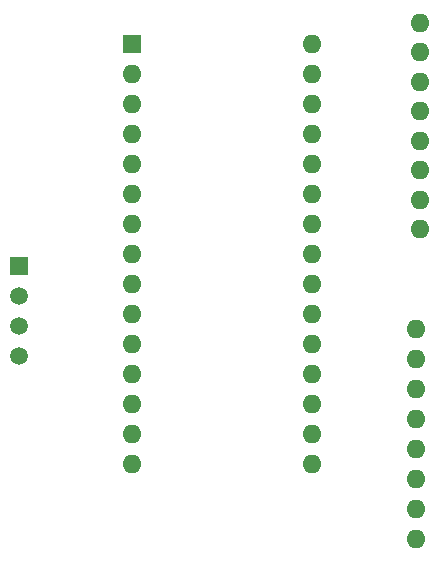
<source format=gbr>
%TF.GenerationSoftware,KiCad,Pcbnew,(6.0.7)*%
%TF.CreationDate,2023-07-05T17:17:39+02:00*%
%TF.ProjectId,project_alpha,70726f6a-6563-4745-9f61-6c7068612e6b,rev?*%
%TF.SameCoordinates,Original*%
%TF.FileFunction,Soldermask,Bot*%
%TF.FilePolarity,Negative*%
%FSLAX46Y46*%
G04 Gerber Fmt 4.6, Leading zero omitted, Abs format (unit mm)*
G04 Created by KiCad (PCBNEW (6.0.7)) date 2023-07-05 17:17:39*
%MOMM*%
%LPD*%
G01*
G04 APERTURE LIST*
%ADD10R,1.500000X1.500000*%
%ADD11C,1.500000*%
%ADD12R,1.600000X1.600000*%
%ADD13O,1.600000X1.600000*%
G04 APERTURE END LIST*
D10*
%TO.C,U1*%
X123000000Y-95000000D03*
D11*
X123000000Y-97540000D03*
X123000000Y-100080000D03*
X123000000Y-102620000D03*
%TD*%
D12*
%TO.C,Arduino_Nano_33_IOT1*%
X132530000Y-76240000D03*
D13*
X132530000Y-78780000D03*
X132530000Y-81320000D03*
X132530000Y-83860000D03*
X132530000Y-86400000D03*
X132530000Y-88940000D03*
X132530000Y-91480000D03*
X132530000Y-94020000D03*
X132530000Y-96560000D03*
X132530000Y-99100000D03*
X132530000Y-101640000D03*
X132530000Y-104180000D03*
X132530000Y-106720000D03*
X132530000Y-109260000D03*
X132530000Y-111800000D03*
X147770000Y-111800000D03*
X147770000Y-109260000D03*
X147770000Y-106720000D03*
X147770000Y-104180000D03*
X147770000Y-101640000D03*
X147770000Y-99100000D03*
X147770000Y-96560000D03*
X147770000Y-94020000D03*
X147770000Y-91480000D03*
X147770000Y-88940000D03*
X147770000Y-86400000D03*
X147770000Y-83860000D03*
X147770000Y-81320000D03*
X147770000Y-78780000D03*
X147770000Y-76240000D03*
%TD*%
%TO.C,CCS811_1*%
X156585000Y-100350000D03*
X156585000Y-102890000D03*
X156585000Y-105430000D03*
X156585000Y-107970000D03*
X156585000Y-110510000D03*
X156585000Y-113050000D03*
X156585000Y-115590000D03*
X156585000Y-118130000D03*
%TD*%
%TO.C,PMS5003_1*%
X156900000Y-74400000D03*
X156900000Y-76900000D03*
X156900000Y-79400000D03*
X156900000Y-81900000D03*
X156900000Y-84400000D03*
X156900000Y-86900000D03*
X156900000Y-89400000D03*
X156900000Y-91900000D03*
%TD*%
M02*

</source>
